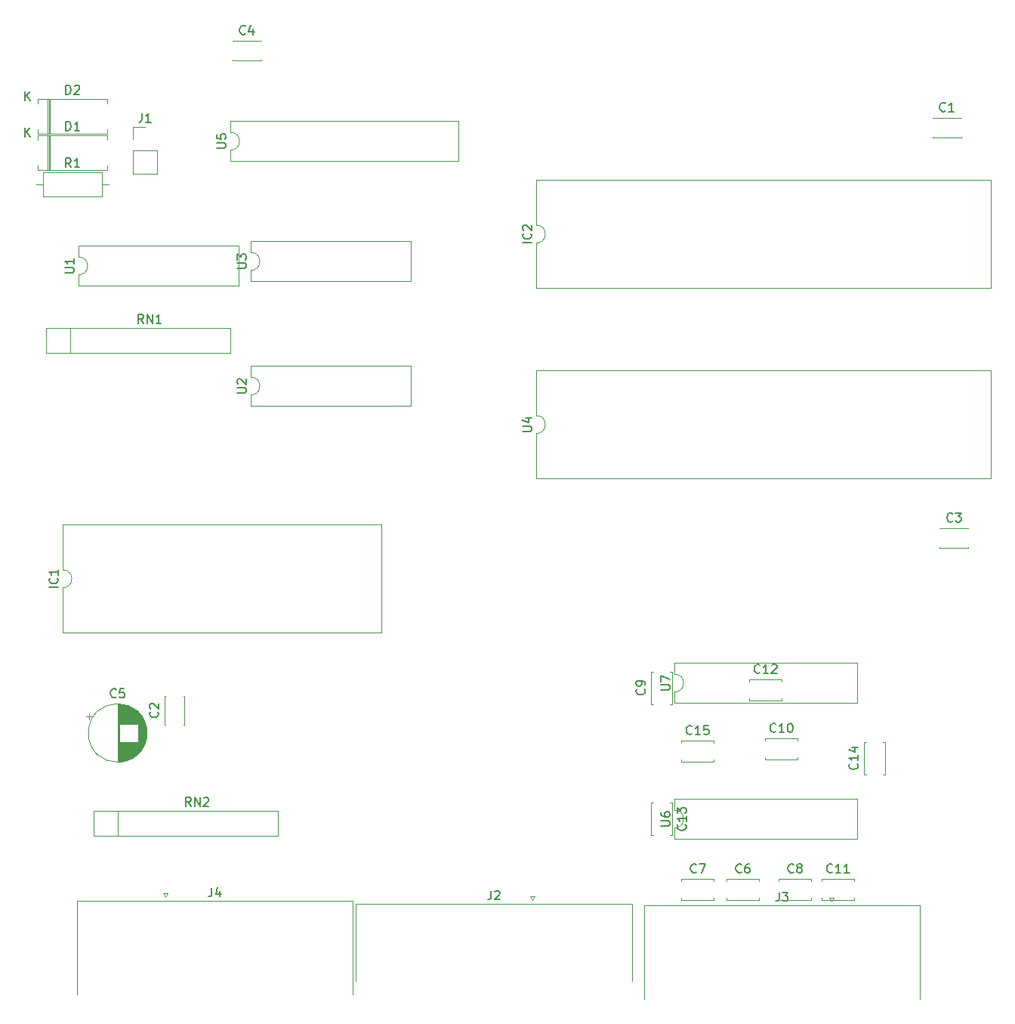
<source format=gbr>
%TF.GenerationSoftware,KiCad,Pcbnew,(5.1.10)-1*%
%TF.CreationDate,2024-03-27T07:56:36+01:00*%
%TF.ProjectId,KIM,4b494d2e-6b69-4636-9164-5f7063625858,rev?*%
%TF.SameCoordinates,Original*%
%TF.FileFunction,Legend,Top*%
%TF.FilePolarity,Positive*%
%FSLAX46Y46*%
G04 Gerber Fmt 4.6, Leading zero omitted, Abs format (unit mm)*
G04 Created by KiCad (PCBNEW (5.1.10)-1) date 2024-03-27 07:56:36*
%MOMM*%
%LPD*%
G01*
G04 APERTURE LIST*
%ADD10C,0.120000*%
%ADD11C,0.150000*%
G04 APERTURE END LIST*
D10*
%TO.C,J4*%
X101053000Y-136752000D02*
X101053000Y-126272000D01*
X101053000Y-126272000D02*
X132023000Y-126272000D01*
X132023000Y-126272000D02*
X132023000Y-136752000D01*
X110748000Y-125377662D02*
X111248000Y-125377662D01*
X111248000Y-125377662D02*
X110998000Y-125810675D01*
X110998000Y-125810675D02*
X110748000Y-125377662D01*
%TO.C,J3*%
X164649000Y-137260000D02*
X164649000Y-126780000D01*
X164649000Y-126780000D02*
X195619000Y-126780000D01*
X195619000Y-126780000D02*
X195619000Y-137260000D01*
X185424000Y-125885662D02*
X185924000Y-125885662D01*
X185924000Y-125885662D02*
X185674000Y-126318675D01*
X185674000Y-126318675D02*
X185424000Y-125885662D01*
%TO.C,J2*%
X132346000Y-135200000D02*
X132346000Y-126600000D01*
X132346000Y-126600000D02*
X163316000Y-126600000D01*
X163316000Y-126600000D02*
X163316000Y-135200000D01*
X151896000Y-125705662D02*
X152396000Y-125705662D01*
X152396000Y-125705662D02*
X152146000Y-126138675D01*
X152146000Y-126138675D02*
X151896000Y-125705662D01*
%TO.C,RN2*%
X102954000Y-116202000D02*
X102954000Y-119002000D01*
X102954000Y-119002000D02*
X123614000Y-119002000D01*
X123614000Y-119002000D02*
X123614000Y-116202000D01*
X123614000Y-116202000D02*
X102954000Y-116202000D01*
X105664000Y-116202000D02*
X105664000Y-119002000D01*
%TO.C,J1*%
X107382000Y-44764000D02*
X110042000Y-44764000D01*
X107382000Y-42164000D02*
X107382000Y-44764000D01*
X110042000Y-42164000D02*
X110042000Y-44764000D01*
X107382000Y-42164000D02*
X110042000Y-42164000D01*
X107382000Y-40894000D02*
X107382000Y-39564000D01*
X107382000Y-39564000D02*
X108712000Y-39564000D01*
%TO.C,C5*%
X102458759Y-105288000D02*
X102458759Y-105918000D01*
X102143759Y-105603000D02*
X102773759Y-105603000D01*
X108885000Y-107040000D02*
X108885000Y-107844000D01*
X108845000Y-106809000D02*
X108845000Y-108075000D01*
X108805000Y-106640000D02*
X108805000Y-108244000D01*
X108765000Y-106502000D02*
X108765000Y-108382000D01*
X108725000Y-106383000D02*
X108725000Y-108501000D01*
X108685000Y-106277000D02*
X108685000Y-108607000D01*
X108645000Y-106180000D02*
X108645000Y-108704000D01*
X108605000Y-106092000D02*
X108605000Y-108792000D01*
X108565000Y-106010000D02*
X108565000Y-108874000D01*
X108525000Y-105933000D02*
X108525000Y-108951000D01*
X108485000Y-105861000D02*
X108485000Y-109023000D01*
X108445000Y-105792000D02*
X108445000Y-109092000D01*
X108405000Y-105728000D02*
X108405000Y-109156000D01*
X108365000Y-105666000D02*
X108365000Y-109218000D01*
X108325000Y-105608000D02*
X108325000Y-109276000D01*
X108285000Y-105552000D02*
X108285000Y-109332000D01*
X108245000Y-105498000D02*
X108245000Y-109386000D01*
X108205000Y-105447000D02*
X108205000Y-109437000D01*
X108165000Y-105398000D02*
X108165000Y-109486000D01*
X108125000Y-105350000D02*
X108125000Y-109534000D01*
X108085000Y-105305000D02*
X108085000Y-109579000D01*
X108045000Y-105260000D02*
X108045000Y-109624000D01*
X108005000Y-105218000D02*
X108005000Y-109666000D01*
X107965000Y-105177000D02*
X107965000Y-109707000D01*
X107925000Y-108482000D02*
X107925000Y-109747000D01*
X107925000Y-105137000D02*
X107925000Y-106402000D01*
X107885000Y-108482000D02*
X107885000Y-109785000D01*
X107885000Y-105099000D02*
X107885000Y-106402000D01*
X107845000Y-108482000D02*
X107845000Y-109822000D01*
X107845000Y-105062000D02*
X107845000Y-106402000D01*
X107805000Y-108482000D02*
X107805000Y-109858000D01*
X107805000Y-105026000D02*
X107805000Y-106402000D01*
X107765000Y-108482000D02*
X107765000Y-109892000D01*
X107765000Y-104992000D02*
X107765000Y-106402000D01*
X107725000Y-108482000D02*
X107725000Y-109926000D01*
X107725000Y-104958000D02*
X107725000Y-106402000D01*
X107685000Y-108482000D02*
X107685000Y-109958000D01*
X107685000Y-104926000D02*
X107685000Y-106402000D01*
X107645000Y-108482000D02*
X107645000Y-109990000D01*
X107645000Y-104894000D02*
X107645000Y-106402000D01*
X107605000Y-108482000D02*
X107605000Y-110020000D01*
X107605000Y-104864000D02*
X107605000Y-106402000D01*
X107565000Y-108482000D02*
X107565000Y-110049000D01*
X107565000Y-104835000D02*
X107565000Y-106402000D01*
X107525000Y-108482000D02*
X107525000Y-110078000D01*
X107525000Y-104806000D02*
X107525000Y-106402000D01*
X107485000Y-108482000D02*
X107485000Y-110106000D01*
X107485000Y-104778000D02*
X107485000Y-106402000D01*
X107445000Y-108482000D02*
X107445000Y-110132000D01*
X107445000Y-104752000D02*
X107445000Y-106402000D01*
X107405000Y-108482000D02*
X107405000Y-110158000D01*
X107405000Y-104726000D02*
X107405000Y-106402000D01*
X107365000Y-108482000D02*
X107365000Y-110184000D01*
X107365000Y-104700000D02*
X107365000Y-106402000D01*
X107325000Y-108482000D02*
X107325000Y-110208000D01*
X107325000Y-104676000D02*
X107325000Y-106402000D01*
X107285000Y-108482000D02*
X107285000Y-110232000D01*
X107285000Y-104652000D02*
X107285000Y-106402000D01*
X107245000Y-108482000D02*
X107245000Y-110254000D01*
X107245000Y-104630000D02*
X107245000Y-106402000D01*
X107205000Y-108482000D02*
X107205000Y-110276000D01*
X107205000Y-104608000D02*
X107205000Y-106402000D01*
X107165000Y-108482000D02*
X107165000Y-110298000D01*
X107165000Y-104586000D02*
X107165000Y-106402000D01*
X107125000Y-108482000D02*
X107125000Y-110318000D01*
X107125000Y-104566000D02*
X107125000Y-106402000D01*
X107085000Y-108482000D02*
X107085000Y-110338000D01*
X107085000Y-104546000D02*
X107085000Y-106402000D01*
X107045000Y-108482000D02*
X107045000Y-110358000D01*
X107045000Y-104526000D02*
X107045000Y-106402000D01*
X107005000Y-108482000D02*
X107005000Y-110376000D01*
X107005000Y-104508000D02*
X107005000Y-106402000D01*
X106965000Y-108482000D02*
X106965000Y-110394000D01*
X106965000Y-104490000D02*
X106965000Y-106402000D01*
X106925000Y-108482000D02*
X106925000Y-110412000D01*
X106925000Y-104472000D02*
X106925000Y-106402000D01*
X106885000Y-108482000D02*
X106885000Y-110428000D01*
X106885000Y-104456000D02*
X106885000Y-106402000D01*
X106845000Y-108482000D02*
X106845000Y-110444000D01*
X106845000Y-104440000D02*
X106845000Y-106402000D01*
X106805000Y-108482000D02*
X106805000Y-110460000D01*
X106805000Y-104424000D02*
X106805000Y-106402000D01*
X106765000Y-108482000D02*
X106765000Y-110475000D01*
X106765000Y-104409000D02*
X106765000Y-106402000D01*
X106725000Y-108482000D02*
X106725000Y-110489000D01*
X106725000Y-104395000D02*
X106725000Y-106402000D01*
X106685000Y-108482000D02*
X106685000Y-110503000D01*
X106685000Y-104381000D02*
X106685000Y-106402000D01*
X106645000Y-108482000D02*
X106645000Y-110516000D01*
X106645000Y-104368000D02*
X106645000Y-106402000D01*
X106605000Y-108482000D02*
X106605000Y-110528000D01*
X106605000Y-104356000D02*
X106605000Y-106402000D01*
X106565000Y-108482000D02*
X106565000Y-110540000D01*
X106565000Y-104344000D02*
X106565000Y-106402000D01*
X106525000Y-108482000D02*
X106525000Y-110552000D01*
X106525000Y-104332000D02*
X106525000Y-106402000D01*
X106485000Y-108482000D02*
X106485000Y-110563000D01*
X106485000Y-104321000D02*
X106485000Y-106402000D01*
X106445000Y-108482000D02*
X106445000Y-110573000D01*
X106445000Y-104311000D02*
X106445000Y-106402000D01*
X106405000Y-108482000D02*
X106405000Y-110583000D01*
X106405000Y-104301000D02*
X106405000Y-106402000D01*
X106365000Y-108482000D02*
X106365000Y-110592000D01*
X106365000Y-104292000D02*
X106365000Y-106402000D01*
X106324000Y-108482000D02*
X106324000Y-110601000D01*
X106324000Y-104283000D02*
X106324000Y-106402000D01*
X106284000Y-108482000D02*
X106284000Y-110609000D01*
X106284000Y-104275000D02*
X106284000Y-106402000D01*
X106244000Y-108482000D02*
X106244000Y-110617000D01*
X106244000Y-104267000D02*
X106244000Y-106402000D01*
X106204000Y-108482000D02*
X106204000Y-110624000D01*
X106204000Y-104260000D02*
X106204000Y-106402000D01*
X106164000Y-108482000D02*
X106164000Y-110631000D01*
X106164000Y-104253000D02*
X106164000Y-106402000D01*
X106124000Y-108482000D02*
X106124000Y-110637000D01*
X106124000Y-104247000D02*
X106124000Y-106402000D01*
X106084000Y-108482000D02*
X106084000Y-110643000D01*
X106084000Y-104241000D02*
X106084000Y-106402000D01*
X106044000Y-108482000D02*
X106044000Y-110648000D01*
X106044000Y-104236000D02*
X106044000Y-106402000D01*
X106004000Y-108482000D02*
X106004000Y-110653000D01*
X106004000Y-104231000D02*
X106004000Y-106402000D01*
X105964000Y-108482000D02*
X105964000Y-110657000D01*
X105964000Y-104227000D02*
X105964000Y-106402000D01*
X105924000Y-108482000D02*
X105924000Y-110660000D01*
X105924000Y-104224000D02*
X105924000Y-106402000D01*
X105884000Y-108482000D02*
X105884000Y-110664000D01*
X105884000Y-104220000D02*
X105884000Y-106402000D01*
X105844000Y-104218000D02*
X105844000Y-110666000D01*
X105804000Y-104215000D02*
X105804000Y-110669000D01*
X105764000Y-104214000D02*
X105764000Y-110670000D01*
X105724000Y-104212000D02*
X105724000Y-110672000D01*
X105684000Y-104212000D02*
X105684000Y-110672000D01*
X105644000Y-104212000D02*
X105644000Y-110672000D01*
X108914000Y-107442000D02*
G75*
G03*
X108914000Y-107442000I-3270000J0D01*
G01*
%TO.C,C4*%
X121742000Y-32043000D02*
X121742000Y-32108000D01*
X121742000Y-29868000D02*
X121742000Y-29933000D01*
X118502000Y-32043000D02*
X118502000Y-32108000D01*
X118502000Y-29868000D02*
X118502000Y-29933000D01*
X118502000Y-32108000D02*
X121742000Y-32108000D01*
X118502000Y-29868000D02*
X121742000Y-29868000D01*
%TO.C,C3*%
X201030000Y-86653000D02*
X201030000Y-86718000D01*
X201030000Y-84478000D02*
X201030000Y-84543000D01*
X197790000Y-86653000D02*
X197790000Y-86718000D01*
X197790000Y-84478000D02*
X197790000Y-84543000D01*
X197790000Y-86718000D02*
X201030000Y-86718000D01*
X197790000Y-84478000D02*
X201030000Y-84478000D01*
%TO.C,C2*%
X113069000Y-103302000D02*
X113134000Y-103302000D01*
X110894000Y-103302000D02*
X110959000Y-103302000D01*
X113069000Y-106542000D02*
X113134000Y-106542000D01*
X110894000Y-106542000D02*
X110959000Y-106542000D01*
X113134000Y-106542000D02*
X113134000Y-103302000D01*
X110894000Y-106542000D02*
X110894000Y-103302000D01*
%TO.C,C1*%
X200228000Y-40679000D02*
X200228000Y-40744000D01*
X200228000Y-38504000D02*
X200228000Y-38569000D01*
X196988000Y-40679000D02*
X196988000Y-40744000D01*
X196988000Y-38504000D02*
X196988000Y-38569000D01*
X196988000Y-40744000D02*
X200228000Y-40744000D01*
X196988000Y-38504000D02*
X200228000Y-38504000D01*
%TO.C,C6*%
X177568000Y-125893000D02*
X177568000Y-126138000D01*
X177568000Y-123798000D02*
X177568000Y-124043000D01*
X173928000Y-125893000D02*
X173928000Y-126138000D01*
X173928000Y-123798000D02*
X173928000Y-124043000D01*
X173928000Y-126138000D02*
X177568000Y-126138000D01*
X173928000Y-123798000D02*
X177568000Y-123798000D01*
%TO.C,C7*%
X168848000Y-123798000D02*
X172488000Y-123798000D01*
X168848000Y-126138000D02*
X172488000Y-126138000D01*
X168848000Y-123798000D02*
X168848000Y-124043000D01*
X168848000Y-125893000D02*
X168848000Y-126138000D01*
X172488000Y-123798000D02*
X172488000Y-124043000D01*
X172488000Y-125893000D02*
X172488000Y-126138000D01*
%TO.C,C8*%
X183410000Y-125893000D02*
X183410000Y-126138000D01*
X183410000Y-123798000D02*
X183410000Y-124043000D01*
X179770000Y-125893000D02*
X179770000Y-126138000D01*
X179770000Y-123798000D02*
X179770000Y-124043000D01*
X179770000Y-126138000D02*
X183410000Y-126138000D01*
X179770000Y-123798000D02*
X183410000Y-123798000D01*
%TO.C,C9*%
X165454000Y-104202000D02*
X165454000Y-100562000D01*
X167794000Y-104202000D02*
X167794000Y-100562000D01*
X165454000Y-104202000D02*
X165699000Y-104202000D01*
X167549000Y-104202000D02*
X167794000Y-104202000D01*
X165454000Y-100562000D02*
X165699000Y-100562000D01*
X167549000Y-100562000D02*
X167794000Y-100562000D01*
%TO.C,C10*%
X181886000Y-110145000D02*
X181886000Y-110390000D01*
X181886000Y-108050000D02*
X181886000Y-108295000D01*
X178246000Y-110145000D02*
X178246000Y-110390000D01*
X178246000Y-108050000D02*
X178246000Y-108295000D01*
X178246000Y-110390000D02*
X181886000Y-110390000D01*
X178246000Y-108050000D02*
X181886000Y-108050000D01*
%TO.C,C11*%
X184596000Y-123798000D02*
X188236000Y-123798000D01*
X184596000Y-126138000D02*
X188236000Y-126138000D01*
X184596000Y-123798000D02*
X184596000Y-124043000D01*
X184596000Y-125893000D02*
X184596000Y-126138000D01*
X188236000Y-123798000D02*
X188236000Y-124043000D01*
X188236000Y-125893000D02*
X188236000Y-126138000D01*
%TO.C,C12*%
X176468000Y-101446000D02*
X180108000Y-101446000D01*
X176468000Y-103786000D02*
X180108000Y-103786000D01*
X176468000Y-101446000D02*
X176468000Y-101691000D01*
X176468000Y-103541000D02*
X176468000Y-103786000D01*
X180108000Y-101446000D02*
X180108000Y-101691000D01*
X180108000Y-103541000D02*
X180108000Y-103786000D01*
%TO.C,C13*%
X165699000Y-118894000D02*
X165454000Y-118894000D01*
X167794000Y-118894000D02*
X167549000Y-118894000D01*
X165699000Y-115254000D02*
X165454000Y-115254000D01*
X167794000Y-115254000D02*
X167549000Y-115254000D01*
X165454000Y-115254000D02*
X165454000Y-118894000D01*
X167794000Y-115254000D02*
X167794000Y-118894000D01*
%TO.C,C14*%
X189330000Y-112076000D02*
X189330000Y-108436000D01*
X191670000Y-112076000D02*
X191670000Y-108436000D01*
X189330000Y-112076000D02*
X189575000Y-112076000D01*
X191425000Y-112076000D02*
X191670000Y-112076000D01*
X189330000Y-108436000D02*
X189575000Y-108436000D01*
X191425000Y-108436000D02*
X191670000Y-108436000D01*
%TO.C,C15*%
X172488000Y-110399000D02*
X172488000Y-110644000D01*
X172488000Y-108304000D02*
X172488000Y-108549000D01*
X168848000Y-110399000D02*
X168848000Y-110644000D01*
X168848000Y-108304000D02*
X168848000Y-108549000D01*
X168848000Y-110644000D02*
X172488000Y-110644000D01*
X168848000Y-108304000D02*
X172488000Y-108304000D01*
%TO.C,D1*%
X96664000Y-40978000D02*
X96664000Y-40498000D01*
X96664000Y-40498000D02*
X104504000Y-40498000D01*
X104504000Y-40498000D02*
X104504000Y-40978000D01*
X96664000Y-43858000D02*
X96664000Y-44338000D01*
X96664000Y-44338000D02*
X104504000Y-44338000D01*
X104504000Y-44338000D02*
X104504000Y-43858000D01*
X97924000Y-40498000D02*
X97924000Y-44338000D01*
X98044000Y-40498000D02*
X98044000Y-44338000D01*
X97804000Y-40498000D02*
X97804000Y-44338000D01*
%TO.C,D2*%
X97804000Y-36434000D02*
X97804000Y-40274000D01*
X98044000Y-36434000D02*
X98044000Y-40274000D01*
X97924000Y-36434000D02*
X97924000Y-40274000D01*
X104504000Y-40274000D02*
X104504000Y-39794000D01*
X96664000Y-40274000D02*
X104504000Y-40274000D01*
X96664000Y-39794000D02*
X96664000Y-40274000D01*
X104504000Y-36434000D02*
X104504000Y-36914000D01*
X96664000Y-36434000D02*
X104504000Y-36434000D01*
X96664000Y-36914000D02*
X96664000Y-36434000D01*
%TO.C,IC1*%
X99508000Y-91170000D02*
X99508000Y-96230000D01*
X99508000Y-96230000D02*
X135188000Y-96230000D01*
X135188000Y-96230000D02*
X135188000Y-84110000D01*
X135188000Y-84110000D02*
X99508000Y-84110000D01*
X99508000Y-84110000D02*
X99508000Y-89170000D01*
X99508000Y-89170000D02*
G75*
G02*
X99508000Y-91170000I0J-1000000D01*
G01*
%TO.C,IC2*%
X152594000Y-52562000D02*
X152594000Y-57622000D01*
X152594000Y-57622000D02*
X203514000Y-57622000D01*
X203514000Y-57622000D02*
X203514000Y-45502000D01*
X203514000Y-45502000D02*
X152594000Y-45502000D01*
X152594000Y-45502000D02*
X152594000Y-50562000D01*
X152594000Y-50562000D02*
G75*
G02*
X152594000Y-52562000I0J-1000000D01*
G01*
%TO.C,R1*%
X97314000Y-44604000D02*
X97314000Y-47344000D01*
X97314000Y-47344000D02*
X103854000Y-47344000D01*
X103854000Y-47344000D02*
X103854000Y-44604000D01*
X103854000Y-44604000D02*
X97314000Y-44604000D01*
X96544000Y-45974000D02*
X97314000Y-45974000D01*
X104624000Y-45974000D02*
X103854000Y-45974000D01*
%TO.C,RN1*%
X97620000Y-62100000D02*
X97620000Y-64900000D01*
X97620000Y-64900000D02*
X118280000Y-64900000D01*
X118280000Y-64900000D02*
X118280000Y-62100000D01*
X118280000Y-62100000D02*
X97620000Y-62100000D01*
X100330000Y-62100000D02*
X100330000Y-64900000D01*
%TO.C,U1*%
X101286000Y-56118000D02*
X101286000Y-57368000D01*
X101286000Y-57368000D02*
X119186000Y-57368000D01*
X119186000Y-57368000D02*
X119186000Y-52868000D01*
X119186000Y-52868000D02*
X101286000Y-52868000D01*
X101286000Y-52868000D02*
X101286000Y-54118000D01*
X101286000Y-54118000D02*
G75*
G02*
X101286000Y-56118000I0J-1000000D01*
G01*
%TO.C,U2*%
X120590000Y-66330000D02*
X120590000Y-67580000D01*
X138490000Y-66330000D02*
X120590000Y-66330000D01*
X138490000Y-70830000D02*
X138490000Y-66330000D01*
X120590000Y-70830000D02*
X138490000Y-70830000D01*
X120590000Y-69580000D02*
X120590000Y-70830000D01*
X120590000Y-67580000D02*
G75*
G02*
X120590000Y-69580000I0J-1000000D01*
G01*
%TO.C,U3*%
X120590000Y-55610000D02*
X120590000Y-56860000D01*
X120590000Y-56860000D02*
X138490000Y-56860000D01*
X138490000Y-56860000D02*
X138490000Y-52360000D01*
X138490000Y-52360000D02*
X120590000Y-52360000D01*
X120590000Y-52360000D02*
X120590000Y-53610000D01*
X120590000Y-53610000D02*
G75*
G02*
X120590000Y-55610000I0J-1000000D01*
G01*
%TO.C,U4*%
X152594000Y-66838000D02*
X152594000Y-71898000D01*
X203514000Y-66838000D02*
X152594000Y-66838000D01*
X203514000Y-78958000D02*
X203514000Y-66838000D01*
X152594000Y-78958000D02*
X203514000Y-78958000D01*
X152594000Y-73898000D02*
X152594000Y-78958000D01*
X152594000Y-71898000D02*
G75*
G02*
X152594000Y-73898000I0J-1000000D01*
G01*
%TO.C,U5*%
X118304000Y-42148000D02*
X118304000Y-43398000D01*
X118304000Y-43398000D02*
X143824000Y-43398000D01*
X143824000Y-43398000D02*
X143824000Y-38898000D01*
X143824000Y-38898000D02*
X118304000Y-38898000D01*
X118304000Y-38898000D02*
X118304000Y-40148000D01*
X118304000Y-40148000D02*
G75*
G02*
X118304000Y-42148000I0J-1000000D01*
G01*
%TO.C,U6*%
X168088000Y-118094000D02*
X168088000Y-119344000D01*
X168088000Y-119344000D02*
X188528000Y-119344000D01*
X188528000Y-119344000D02*
X188528000Y-114844000D01*
X188528000Y-114844000D02*
X168088000Y-114844000D01*
X168088000Y-114844000D02*
X168088000Y-116094000D01*
X168088000Y-116094000D02*
G75*
G02*
X168088000Y-118094000I0J-1000000D01*
G01*
%TO.C,U7*%
X168088000Y-99604000D02*
X168088000Y-100854000D01*
X188528000Y-99604000D02*
X168088000Y-99604000D01*
X188528000Y-104104000D02*
X188528000Y-99604000D01*
X168088000Y-104104000D02*
X188528000Y-104104000D01*
X168088000Y-102854000D02*
X168088000Y-104104000D01*
X168088000Y-100854000D02*
G75*
G02*
X168088000Y-102854000I0J-1000000D01*
G01*
%TO.C,J4*%
D11*
X116204666Y-124784380D02*
X116204666Y-125498666D01*
X116157047Y-125641523D01*
X116061809Y-125736761D01*
X115918952Y-125784380D01*
X115823714Y-125784380D01*
X117109428Y-125117714D02*
X117109428Y-125784380D01*
X116871333Y-124736761D02*
X116633238Y-125451047D01*
X117252285Y-125451047D01*
%TO.C,J3*%
X179800666Y-125292380D02*
X179800666Y-126006666D01*
X179753047Y-126149523D01*
X179657809Y-126244761D01*
X179514952Y-126292380D01*
X179419714Y-126292380D01*
X180181619Y-125292380D02*
X180800666Y-125292380D01*
X180467333Y-125673333D01*
X180610190Y-125673333D01*
X180705428Y-125720952D01*
X180753047Y-125768571D01*
X180800666Y-125863809D01*
X180800666Y-126101904D01*
X180753047Y-126197142D01*
X180705428Y-126244761D01*
X180610190Y-126292380D01*
X180324476Y-126292380D01*
X180229238Y-126244761D01*
X180181619Y-126197142D01*
%TO.C,J2*%
X147497666Y-125112380D02*
X147497666Y-125826666D01*
X147450047Y-125969523D01*
X147354809Y-126064761D01*
X147211952Y-126112380D01*
X147116714Y-126112380D01*
X147926238Y-125207619D02*
X147973857Y-125160000D01*
X148069095Y-125112380D01*
X148307190Y-125112380D01*
X148402428Y-125160000D01*
X148450047Y-125207619D01*
X148497666Y-125302857D01*
X148497666Y-125398095D01*
X148450047Y-125540952D01*
X147878619Y-126112380D01*
X148497666Y-126112380D01*
%TO.C,RN2*%
X113863523Y-115654380D02*
X113530190Y-115178190D01*
X113292095Y-115654380D02*
X113292095Y-114654380D01*
X113673047Y-114654380D01*
X113768285Y-114702000D01*
X113815904Y-114749619D01*
X113863523Y-114844857D01*
X113863523Y-114987714D01*
X113815904Y-115082952D01*
X113768285Y-115130571D01*
X113673047Y-115178190D01*
X113292095Y-115178190D01*
X114292095Y-115654380D02*
X114292095Y-114654380D01*
X114863523Y-115654380D01*
X114863523Y-114654380D01*
X115292095Y-114749619D02*
X115339714Y-114702000D01*
X115434952Y-114654380D01*
X115673047Y-114654380D01*
X115768285Y-114702000D01*
X115815904Y-114749619D01*
X115863523Y-114844857D01*
X115863523Y-114940095D01*
X115815904Y-115082952D01*
X115244476Y-115654380D01*
X115863523Y-115654380D01*
%TO.C,J1*%
X108378666Y-38016380D02*
X108378666Y-38730666D01*
X108331047Y-38873523D01*
X108235809Y-38968761D01*
X108092952Y-39016380D01*
X107997714Y-39016380D01*
X109378666Y-39016380D02*
X108807238Y-39016380D01*
X109092952Y-39016380D02*
X109092952Y-38016380D01*
X108997714Y-38159238D01*
X108902476Y-38254476D01*
X108807238Y-38302095D01*
%TO.C,C5*%
X105477333Y-103399142D02*
X105429714Y-103446761D01*
X105286857Y-103494380D01*
X105191619Y-103494380D01*
X105048761Y-103446761D01*
X104953523Y-103351523D01*
X104905904Y-103256285D01*
X104858285Y-103065809D01*
X104858285Y-102922952D01*
X104905904Y-102732476D01*
X104953523Y-102637238D01*
X105048761Y-102542000D01*
X105191619Y-102494380D01*
X105286857Y-102494380D01*
X105429714Y-102542000D01*
X105477333Y-102589619D01*
X106382095Y-102494380D02*
X105905904Y-102494380D01*
X105858285Y-102970571D01*
X105905904Y-102922952D01*
X106001142Y-102875333D01*
X106239238Y-102875333D01*
X106334476Y-102922952D01*
X106382095Y-102970571D01*
X106429714Y-103065809D01*
X106429714Y-103303904D01*
X106382095Y-103399142D01*
X106334476Y-103446761D01*
X106239238Y-103494380D01*
X106001142Y-103494380D01*
X105905904Y-103446761D01*
X105858285Y-103399142D01*
%TO.C,C4*%
X119955333Y-29095142D02*
X119907714Y-29142761D01*
X119764857Y-29190380D01*
X119669619Y-29190380D01*
X119526761Y-29142761D01*
X119431523Y-29047523D01*
X119383904Y-28952285D01*
X119336285Y-28761809D01*
X119336285Y-28618952D01*
X119383904Y-28428476D01*
X119431523Y-28333238D01*
X119526761Y-28238000D01*
X119669619Y-28190380D01*
X119764857Y-28190380D01*
X119907714Y-28238000D01*
X119955333Y-28285619D01*
X120812476Y-28523714D02*
X120812476Y-29190380D01*
X120574380Y-28142761D02*
X120336285Y-28857047D01*
X120955333Y-28857047D01*
%TO.C,C3*%
X199243333Y-83705142D02*
X199195714Y-83752761D01*
X199052857Y-83800380D01*
X198957619Y-83800380D01*
X198814761Y-83752761D01*
X198719523Y-83657523D01*
X198671904Y-83562285D01*
X198624285Y-83371809D01*
X198624285Y-83228952D01*
X198671904Y-83038476D01*
X198719523Y-82943238D01*
X198814761Y-82848000D01*
X198957619Y-82800380D01*
X199052857Y-82800380D01*
X199195714Y-82848000D01*
X199243333Y-82895619D01*
X199576666Y-82800380D02*
X200195714Y-82800380D01*
X199862380Y-83181333D01*
X200005238Y-83181333D01*
X200100476Y-83228952D01*
X200148095Y-83276571D01*
X200195714Y-83371809D01*
X200195714Y-83609904D01*
X200148095Y-83705142D01*
X200100476Y-83752761D01*
X200005238Y-83800380D01*
X199719523Y-83800380D01*
X199624285Y-83752761D01*
X199576666Y-83705142D01*
%TO.C,C2*%
X110121142Y-105088666D02*
X110168761Y-105136285D01*
X110216380Y-105279142D01*
X110216380Y-105374380D01*
X110168761Y-105517238D01*
X110073523Y-105612476D01*
X109978285Y-105660095D01*
X109787809Y-105707714D01*
X109644952Y-105707714D01*
X109454476Y-105660095D01*
X109359238Y-105612476D01*
X109264000Y-105517238D01*
X109216380Y-105374380D01*
X109216380Y-105279142D01*
X109264000Y-105136285D01*
X109311619Y-105088666D01*
X109311619Y-104707714D02*
X109264000Y-104660095D01*
X109216380Y-104564857D01*
X109216380Y-104326761D01*
X109264000Y-104231523D01*
X109311619Y-104183904D01*
X109406857Y-104136285D01*
X109502095Y-104136285D01*
X109644952Y-104183904D01*
X110216380Y-104755333D01*
X110216380Y-104136285D01*
%TO.C,C1*%
X198441333Y-37731142D02*
X198393714Y-37778761D01*
X198250857Y-37826380D01*
X198155619Y-37826380D01*
X198012761Y-37778761D01*
X197917523Y-37683523D01*
X197869904Y-37588285D01*
X197822285Y-37397809D01*
X197822285Y-37254952D01*
X197869904Y-37064476D01*
X197917523Y-36969238D01*
X198012761Y-36874000D01*
X198155619Y-36826380D01*
X198250857Y-36826380D01*
X198393714Y-36874000D01*
X198441333Y-36921619D01*
X199393714Y-37826380D02*
X198822285Y-37826380D01*
X199108000Y-37826380D02*
X199108000Y-36826380D01*
X199012761Y-36969238D01*
X198917523Y-37064476D01*
X198822285Y-37112095D01*
%TO.C,C6*%
X175581333Y-123025142D02*
X175533714Y-123072761D01*
X175390857Y-123120380D01*
X175295619Y-123120380D01*
X175152761Y-123072761D01*
X175057523Y-122977523D01*
X175009904Y-122882285D01*
X174962285Y-122691809D01*
X174962285Y-122548952D01*
X175009904Y-122358476D01*
X175057523Y-122263238D01*
X175152761Y-122168000D01*
X175295619Y-122120380D01*
X175390857Y-122120380D01*
X175533714Y-122168000D01*
X175581333Y-122215619D01*
X176438476Y-122120380D02*
X176248000Y-122120380D01*
X176152761Y-122168000D01*
X176105142Y-122215619D01*
X176009904Y-122358476D01*
X175962285Y-122548952D01*
X175962285Y-122929904D01*
X176009904Y-123025142D01*
X176057523Y-123072761D01*
X176152761Y-123120380D01*
X176343238Y-123120380D01*
X176438476Y-123072761D01*
X176486095Y-123025142D01*
X176533714Y-122929904D01*
X176533714Y-122691809D01*
X176486095Y-122596571D01*
X176438476Y-122548952D01*
X176343238Y-122501333D01*
X176152761Y-122501333D01*
X176057523Y-122548952D01*
X176009904Y-122596571D01*
X175962285Y-122691809D01*
%TO.C,C7*%
X170501333Y-123025142D02*
X170453714Y-123072761D01*
X170310857Y-123120380D01*
X170215619Y-123120380D01*
X170072761Y-123072761D01*
X169977523Y-122977523D01*
X169929904Y-122882285D01*
X169882285Y-122691809D01*
X169882285Y-122548952D01*
X169929904Y-122358476D01*
X169977523Y-122263238D01*
X170072761Y-122168000D01*
X170215619Y-122120380D01*
X170310857Y-122120380D01*
X170453714Y-122168000D01*
X170501333Y-122215619D01*
X170834666Y-122120380D02*
X171501333Y-122120380D01*
X171072761Y-123120380D01*
%TO.C,C8*%
X181423333Y-123025142D02*
X181375714Y-123072761D01*
X181232857Y-123120380D01*
X181137619Y-123120380D01*
X180994761Y-123072761D01*
X180899523Y-122977523D01*
X180851904Y-122882285D01*
X180804285Y-122691809D01*
X180804285Y-122548952D01*
X180851904Y-122358476D01*
X180899523Y-122263238D01*
X180994761Y-122168000D01*
X181137619Y-122120380D01*
X181232857Y-122120380D01*
X181375714Y-122168000D01*
X181423333Y-122215619D01*
X181994761Y-122548952D02*
X181899523Y-122501333D01*
X181851904Y-122453714D01*
X181804285Y-122358476D01*
X181804285Y-122310857D01*
X181851904Y-122215619D01*
X181899523Y-122168000D01*
X181994761Y-122120380D01*
X182185238Y-122120380D01*
X182280476Y-122168000D01*
X182328095Y-122215619D01*
X182375714Y-122310857D01*
X182375714Y-122358476D01*
X182328095Y-122453714D01*
X182280476Y-122501333D01*
X182185238Y-122548952D01*
X181994761Y-122548952D01*
X181899523Y-122596571D01*
X181851904Y-122644190D01*
X181804285Y-122739428D01*
X181804285Y-122929904D01*
X181851904Y-123025142D01*
X181899523Y-123072761D01*
X181994761Y-123120380D01*
X182185238Y-123120380D01*
X182280476Y-123072761D01*
X182328095Y-123025142D01*
X182375714Y-122929904D01*
X182375714Y-122739428D01*
X182328095Y-122644190D01*
X182280476Y-122596571D01*
X182185238Y-122548952D01*
%TO.C,C9*%
X164681142Y-102548666D02*
X164728761Y-102596285D01*
X164776380Y-102739142D01*
X164776380Y-102834380D01*
X164728761Y-102977238D01*
X164633523Y-103072476D01*
X164538285Y-103120095D01*
X164347809Y-103167714D01*
X164204952Y-103167714D01*
X164014476Y-103120095D01*
X163919238Y-103072476D01*
X163824000Y-102977238D01*
X163776380Y-102834380D01*
X163776380Y-102739142D01*
X163824000Y-102596285D01*
X163871619Y-102548666D01*
X164776380Y-102072476D02*
X164776380Y-101882000D01*
X164728761Y-101786761D01*
X164681142Y-101739142D01*
X164538285Y-101643904D01*
X164347809Y-101596285D01*
X163966857Y-101596285D01*
X163871619Y-101643904D01*
X163824000Y-101691523D01*
X163776380Y-101786761D01*
X163776380Y-101977238D01*
X163824000Y-102072476D01*
X163871619Y-102120095D01*
X163966857Y-102167714D01*
X164204952Y-102167714D01*
X164300190Y-102120095D01*
X164347809Y-102072476D01*
X164395428Y-101977238D01*
X164395428Y-101786761D01*
X164347809Y-101691523D01*
X164300190Y-101643904D01*
X164204952Y-101596285D01*
%TO.C,C10*%
X179423142Y-107277142D02*
X179375523Y-107324761D01*
X179232666Y-107372380D01*
X179137428Y-107372380D01*
X178994571Y-107324761D01*
X178899333Y-107229523D01*
X178851714Y-107134285D01*
X178804095Y-106943809D01*
X178804095Y-106800952D01*
X178851714Y-106610476D01*
X178899333Y-106515238D01*
X178994571Y-106420000D01*
X179137428Y-106372380D01*
X179232666Y-106372380D01*
X179375523Y-106420000D01*
X179423142Y-106467619D01*
X180375523Y-107372380D02*
X179804095Y-107372380D01*
X180089809Y-107372380D02*
X180089809Y-106372380D01*
X179994571Y-106515238D01*
X179899333Y-106610476D01*
X179804095Y-106658095D01*
X180994571Y-106372380D02*
X181089809Y-106372380D01*
X181185047Y-106420000D01*
X181232666Y-106467619D01*
X181280285Y-106562857D01*
X181327904Y-106753333D01*
X181327904Y-106991428D01*
X181280285Y-107181904D01*
X181232666Y-107277142D01*
X181185047Y-107324761D01*
X181089809Y-107372380D01*
X180994571Y-107372380D01*
X180899333Y-107324761D01*
X180851714Y-107277142D01*
X180804095Y-107181904D01*
X180756476Y-106991428D01*
X180756476Y-106753333D01*
X180804095Y-106562857D01*
X180851714Y-106467619D01*
X180899333Y-106420000D01*
X180994571Y-106372380D01*
%TO.C,C11*%
X185773142Y-123025142D02*
X185725523Y-123072761D01*
X185582666Y-123120380D01*
X185487428Y-123120380D01*
X185344571Y-123072761D01*
X185249333Y-122977523D01*
X185201714Y-122882285D01*
X185154095Y-122691809D01*
X185154095Y-122548952D01*
X185201714Y-122358476D01*
X185249333Y-122263238D01*
X185344571Y-122168000D01*
X185487428Y-122120380D01*
X185582666Y-122120380D01*
X185725523Y-122168000D01*
X185773142Y-122215619D01*
X186725523Y-123120380D02*
X186154095Y-123120380D01*
X186439809Y-123120380D02*
X186439809Y-122120380D01*
X186344571Y-122263238D01*
X186249333Y-122358476D01*
X186154095Y-122406095D01*
X187677904Y-123120380D02*
X187106476Y-123120380D01*
X187392190Y-123120380D02*
X187392190Y-122120380D01*
X187296952Y-122263238D01*
X187201714Y-122358476D01*
X187106476Y-122406095D01*
%TO.C,C12*%
X177645142Y-100673142D02*
X177597523Y-100720761D01*
X177454666Y-100768380D01*
X177359428Y-100768380D01*
X177216571Y-100720761D01*
X177121333Y-100625523D01*
X177073714Y-100530285D01*
X177026095Y-100339809D01*
X177026095Y-100196952D01*
X177073714Y-100006476D01*
X177121333Y-99911238D01*
X177216571Y-99816000D01*
X177359428Y-99768380D01*
X177454666Y-99768380D01*
X177597523Y-99816000D01*
X177645142Y-99863619D01*
X178597523Y-100768380D02*
X178026095Y-100768380D01*
X178311809Y-100768380D02*
X178311809Y-99768380D01*
X178216571Y-99911238D01*
X178121333Y-100006476D01*
X178026095Y-100054095D01*
X178978476Y-99863619D02*
X179026095Y-99816000D01*
X179121333Y-99768380D01*
X179359428Y-99768380D01*
X179454666Y-99816000D01*
X179502285Y-99863619D01*
X179549904Y-99958857D01*
X179549904Y-100054095D01*
X179502285Y-100196952D01*
X178930857Y-100768380D01*
X179549904Y-100768380D01*
%TO.C,C13*%
X169281142Y-117716857D02*
X169328761Y-117764476D01*
X169376380Y-117907333D01*
X169376380Y-118002571D01*
X169328761Y-118145428D01*
X169233523Y-118240666D01*
X169138285Y-118288285D01*
X168947809Y-118335904D01*
X168804952Y-118335904D01*
X168614476Y-118288285D01*
X168519238Y-118240666D01*
X168424000Y-118145428D01*
X168376380Y-118002571D01*
X168376380Y-117907333D01*
X168424000Y-117764476D01*
X168471619Y-117716857D01*
X169376380Y-116764476D02*
X169376380Y-117335904D01*
X169376380Y-117050190D02*
X168376380Y-117050190D01*
X168519238Y-117145428D01*
X168614476Y-117240666D01*
X168662095Y-117335904D01*
X168376380Y-116431142D02*
X168376380Y-115812095D01*
X168757333Y-116145428D01*
X168757333Y-116002571D01*
X168804952Y-115907333D01*
X168852571Y-115859714D01*
X168947809Y-115812095D01*
X169185904Y-115812095D01*
X169281142Y-115859714D01*
X169328761Y-115907333D01*
X169376380Y-116002571D01*
X169376380Y-116288285D01*
X169328761Y-116383523D01*
X169281142Y-116431142D01*
%TO.C,C14*%
X188557142Y-110898857D02*
X188604761Y-110946476D01*
X188652380Y-111089333D01*
X188652380Y-111184571D01*
X188604761Y-111327428D01*
X188509523Y-111422666D01*
X188414285Y-111470285D01*
X188223809Y-111517904D01*
X188080952Y-111517904D01*
X187890476Y-111470285D01*
X187795238Y-111422666D01*
X187700000Y-111327428D01*
X187652380Y-111184571D01*
X187652380Y-111089333D01*
X187700000Y-110946476D01*
X187747619Y-110898857D01*
X188652380Y-109946476D02*
X188652380Y-110517904D01*
X188652380Y-110232190D02*
X187652380Y-110232190D01*
X187795238Y-110327428D01*
X187890476Y-110422666D01*
X187938095Y-110517904D01*
X187985714Y-109089333D02*
X188652380Y-109089333D01*
X187604761Y-109327428D02*
X188319047Y-109565523D01*
X188319047Y-108946476D01*
%TO.C,C15*%
X170025142Y-107531142D02*
X169977523Y-107578761D01*
X169834666Y-107626380D01*
X169739428Y-107626380D01*
X169596571Y-107578761D01*
X169501333Y-107483523D01*
X169453714Y-107388285D01*
X169406095Y-107197809D01*
X169406095Y-107054952D01*
X169453714Y-106864476D01*
X169501333Y-106769238D01*
X169596571Y-106674000D01*
X169739428Y-106626380D01*
X169834666Y-106626380D01*
X169977523Y-106674000D01*
X170025142Y-106721619D01*
X170977523Y-107626380D02*
X170406095Y-107626380D01*
X170691809Y-107626380D02*
X170691809Y-106626380D01*
X170596571Y-106769238D01*
X170501333Y-106864476D01*
X170406095Y-106912095D01*
X171882285Y-106626380D02*
X171406095Y-106626380D01*
X171358476Y-107102571D01*
X171406095Y-107054952D01*
X171501333Y-107007333D01*
X171739428Y-107007333D01*
X171834666Y-107054952D01*
X171882285Y-107102571D01*
X171929904Y-107197809D01*
X171929904Y-107435904D01*
X171882285Y-107531142D01*
X171834666Y-107578761D01*
X171739428Y-107626380D01*
X171501333Y-107626380D01*
X171406095Y-107578761D01*
X171358476Y-107531142D01*
%TO.C,D1*%
X99845904Y-39950380D02*
X99845904Y-38950380D01*
X100084000Y-38950380D01*
X100226857Y-38998000D01*
X100322095Y-39093238D01*
X100369714Y-39188476D01*
X100417333Y-39378952D01*
X100417333Y-39521809D01*
X100369714Y-39712285D01*
X100322095Y-39807523D01*
X100226857Y-39902761D01*
X100084000Y-39950380D01*
X99845904Y-39950380D01*
X101369714Y-39950380D02*
X100798285Y-39950380D01*
X101084000Y-39950380D02*
X101084000Y-38950380D01*
X100988761Y-39093238D01*
X100893523Y-39188476D01*
X100798285Y-39236095D01*
X95242095Y-40670380D02*
X95242095Y-39670380D01*
X95813523Y-40670380D02*
X95384952Y-40098952D01*
X95813523Y-39670380D02*
X95242095Y-40241809D01*
%TO.C,D2*%
X99845904Y-35886380D02*
X99845904Y-34886380D01*
X100084000Y-34886380D01*
X100226857Y-34934000D01*
X100322095Y-35029238D01*
X100369714Y-35124476D01*
X100417333Y-35314952D01*
X100417333Y-35457809D01*
X100369714Y-35648285D01*
X100322095Y-35743523D01*
X100226857Y-35838761D01*
X100084000Y-35886380D01*
X99845904Y-35886380D01*
X100798285Y-34981619D02*
X100845904Y-34934000D01*
X100941142Y-34886380D01*
X101179238Y-34886380D01*
X101274476Y-34934000D01*
X101322095Y-34981619D01*
X101369714Y-35076857D01*
X101369714Y-35172095D01*
X101322095Y-35314952D01*
X100750666Y-35886380D01*
X101369714Y-35886380D01*
X95242095Y-36606380D02*
X95242095Y-35606380D01*
X95813523Y-36606380D02*
X95384952Y-36034952D01*
X95813523Y-35606380D02*
X95242095Y-36177809D01*
%TO.C,IC1*%
X98960380Y-91146190D02*
X97960380Y-91146190D01*
X98865142Y-90098571D02*
X98912761Y-90146190D01*
X98960380Y-90289047D01*
X98960380Y-90384285D01*
X98912761Y-90527142D01*
X98817523Y-90622380D01*
X98722285Y-90670000D01*
X98531809Y-90717619D01*
X98388952Y-90717619D01*
X98198476Y-90670000D01*
X98103238Y-90622380D01*
X98008000Y-90527142D01*
X97960380Y-90384285D01*
X97960380Y-90289047D01*
X98008000Y-90146190D01*
X98055619Y-90098571D01*
X98960380Y-89146190D02*
X98960380Y-89717619D01*
X98960380Y-89431904D02*
X97960380Y-89431904D01*
X98103238Y-89527142D01*
X98198476Y-89622380D01*
X98246095Y-89717619D01*
%TO.C,IC2*%
X152046380Y-52538190D02*
X151046380Y-52538190D01*
X151951142Y-51490571D02*
X151998761Y-51538190D01*
X152046380Y-51681047D01*
X152046380Y-51776285D01*
X151998761Y-51919142D01*
X151903523Y-52014380D01*
X151808285Y-52062000D01*
X151617809Y-52109619D01*
X151474952Y-52109619D01*
X151284476Y-52062000D01*
X151189238Y-52014380D01*
X151094000Y-51919142D01*
X151046380Y-51776285D01*
X151046380Y-51681047D01*
X151094000Y-51538190D01*
X151141619Y-51490571D01*
X151141619Y-51109619D02*
X151094000Y-51062000D01*
X151046380Y-50966761D01*
X151046380Y-50728666D01*
X151094000Y-50633428D01*
X151141619Y-50585809D01*
X151236857Y-50538190D01*
X151332095Y-50538190D01*
X151474952Y-50585809D01*
X152046380Y-51157238D01*
X152046380Y-50538190D01*
%TO.C,R1*%
X100417333Y-44056380D02*
X100084000Y-43580190D01*
X99845904Y-44056380D02*
X99845904Y-43056380D01*
X100226857Y-43056380D01*
X100322095Y-43104000D01*
X100369714Y-43151619D01*
X100417333Y-43246857D01*
X100417333Y-43389714D01*
X100369714Y-43484952D01*
X100322095Y-43532571D01*
X100226857Y-43580190D01*
X99845904Y-43580190D01*
X101369714Y-44056380D02*
X100798285Y-44056380D01*
X101084000Y-44056380D02*
X101084000Y-43056380D01*
X100988761Y-43199238D01*
X100893523Y-43294476D01*
X100798285Y-43342095D01*
%TO.C,RN1*%
X108529523Y-61552380D02*
X108196190Y-61076190D01*
X107958095Y-61552380D02*
X107958095Y-60552380D01*
X108339047Y-60552380D01*
X108434285Y-60600000D01*
X108481904Y-60647619D01*
X108529523Y-60742857D01*
X108529523Y-60885714D01*
X108481904Y-60980952D01*
X108434285Y-61028571D01*
X108339047Y-61076190D01*
X107958095Y-61076190D01*
X108958095Y-61552380D02*
X108958095Y-60552380D01*
X109529523Y-61552380D01*
X109529523Y-60552380D01*
X110529523Y-61552380D02*
X109958095Y-61552380D01*
X110243809Y-61552380D02*
X110243809Y-60552380D01*
X110148571Y-60695238D01*
X110053333Y-60790476D01*
X109958095Y-60838095D01*
%TO.C,U1*%
X99738380Y-55879904D02*
X100547904Y-55879904D01*
X100643142Y-55832285D01*
X100690761Y-55784666D01*
X100738380Y-55689428D01*
X100738380Y-55498952D01*
X100690761Y-55403714D01*
X100643142Y-55356095D01*
X100547904Y-55308476D01*
X99738380Y-55308476D01*
X100738380Y-54308476D02*
X100738380Y-54879904D01*
X100738380Y-54594190D02*
X99738380Y-54594190D01*
X99881238Y-54689428D01*
X99976476Y-54784666D01*
X100024095Y-54879904D01*
%TO.C,U2*%
X119042380Y-69341904D02*
X119851904Y-69341904D01*
X119947142Y-69294285D01*
X119994761Y-69246666D01*
X120042380Y-69151428D01*
X120042380Y-68960952D01*
X119994761Y-68865714D01*
X119947142Y-68818095D01*
X119851904Y-68770476D01*
X119042380Y-68770476D01*
X119137619Y-68341904D02*
X119090000Y-68294285D01*
X119042380Y-68199047D01*
X119042380Y-67960952D01*
X119090000Y-67865714D01*
X119137619Y-67818095D01*
X119232857Y-67770476D01*
X119328095Y-67770476D01*
X119470952Y-67818095D01*
X120042380Y-68389523D01*
X120042380Y-67770476D01*
%TO.C,U3*%
X119042380Y-55371904D02*
X119851904Y-55371904D01*
X119947142Y-55324285D01*
X119994761Y-55276666D01*
X120042380Y-55181428D01*
X120042380Y-54990952D01*
X119994761Y-54895714D01*
X119947142Y-54848095D01*
X119851904Y-54800476D01*
X119042380Y-54800476D01*
X119042380Y-54419523D02*
X119042380Y-53800476D01*
X119423333Y-54133809D01*
X119423333Y-53990952D01*
X119470952Y-53895714D01*
X119518571Y-53848095D01*
X119613809Y-53800476D01*
X119851904Y-53800476D01*
X119947142Y-53848095D01*
X119994761Y-53895714D01*
X120042380Y-53990952D01*
X120042380Y-54276666D01*
X119994761Y-54371904D01*
X119947142Y-54419523D01*
%TO.C,U4*%
X151046380Y-73659904D02*
X151855904Y-73659904D01*
X151951142Y-73612285D01*
X151998761Y-73564666D01*
X152046380Y-73469428D01*
X152046380Y-73278952D01*
X151998761Y-73183714D01*
X151951142Y-73136095D01*
X151855904Y-73088476D01*
X151046380Y-73088476D01*
X151379714Y-72183714D02*
X152046380Y-72183714D01*
X150998761Y-72421809D02*
X151713047Y-72659904D01*
X151713047Y-72040857D01*
%TO.C,U5*%
X116756380Y-41909904D02*
X117565904Y-41909904D01*
X117661142Y-41862285D01*
X117708761Y-41814666D01*
X117756380Y-41719428D01*
X117756380Y-41528952D01*
X117708761Y-41433714D01*
X117661142Y-41386095D01*
X117565904Y-41338476D01*
X116756380Y-41338476D01*
X116756380Y-40386095D02*
X116756380Y-40862285D01*
X117232571Y-40909904D01*
X117184952Y-40862285D01*
X117137333Y-40767047D01*
X117137333Y-40528952D01*
X117184952Y-40433714D01*
X117232571Y-40386095D01*
X117327809Y-40338476D01*
X117565904Y-40338476D01*
X117661142Y-40386095D01*
X117708761Y-40433714D01*
X117756380Y-40528952D01*
X117756380Y-40767047D01*
X117708761Y-40862285D01*
X117661142Y-40909904D01*
%TO.C,U6*%
X166540380Y-117855904D02*
X167349904Y-117855904D01*
X167445142Y-117808285D01*
X167492761Y-117760666D01*
X167540380Y-117665428D01*
X167540380Y-117474952D01*
X167492761Y-117379714D01*
X167445142Y-117332095D01*
X167349904Y-117284476D01*
X166540380Y-117284476D01*
X166540380Y-116379714D02*
X166540380Y-116570190D01*
X166588000Y-116665428D01*
X166635619Y-116713047D01*
X166778476Y-116808285D01*
X166968952Y-116855904D01*
X167349904Y-116855904D01*
X167445142Y-116808285D01*
X167492761Y-116760666D01*
X167540380Y-116665428D01*
X167540380Y-116474952D01*
X167492761Y-116379714D01*
X167445142Y-116332095D01*
X167349904Y-116284476D01*
X167111809Y-116284476D01*
X167016571Y-116332095D01*
X166968952Y-116379714D01*
X166921333Y-116474952D01*
X166921333Y-116665428D01*
X166968952Y-116760666D01*
X167016571Y-116808285D01*
X167111809Y-116855904D01*
%TO.C,U7*%
X166540380Y-102615904D02*
X167349904Y-102615904D01*
X167445142Y-102568285D01*
X167492761Y-102520666D01*
X167540380Y-102425428D01*
X167540380Y-102234952D01*
X167492761Y-102139714D01*
X167445142Y-102092095D01*
X167349904Y-102044476D01*
X166540380Y-102044476D01*
X166540380Y-101663523D02*
X166540380Y-100996857D01*
X167540380Y-101425428D01*
%TD*%
M02*

</source>
